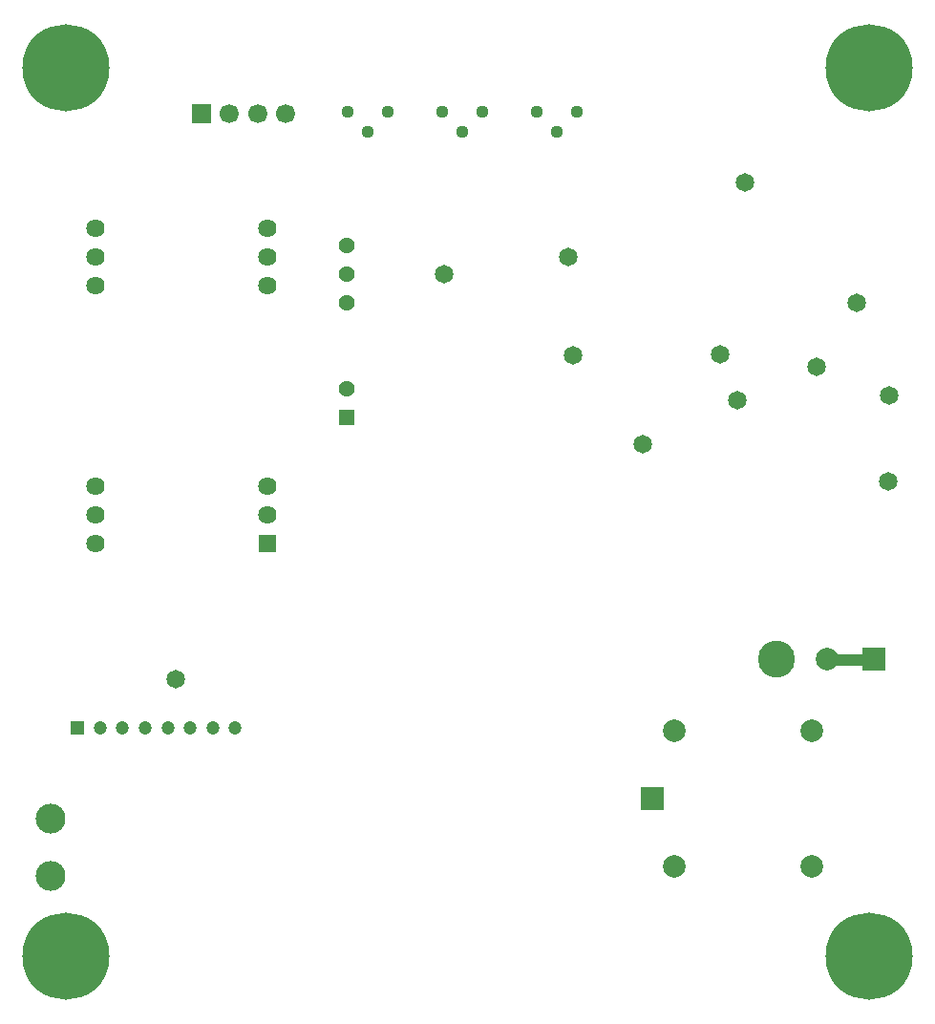
<source format=gbs>
G04*
G04 #@! TF.GenerationSoftware,Altium Limited,Altium Designer,20.0.11 (256)*
G04*
G04 Layer_Color=16711935*
%FSLAX25Y25*%
%MOIN*%
G70*
G01*
G75*
%ADD96C,0.05628*%
%ADD97R,0.05628X0.05628*%
%ADD98R,0.06660X0.06660*%
%ADD99C,0.06660*%
%ADD100C,0.10400*%
%ADD101R,0.07900X0.07900*%
%ADD102C,0.07900*%
%ADD103C,0.12900*%
%ADD104C,0.06400*%
%ADD105R,0.06400X0.06400*%
%ADD106C,0.04724*%
%ADD107R,0.04724X0.04724*%
%ADD108C,0.04400*%
%ADD109C,0.30400*%
%ADD110C,0.07874*%
%ADD111R,0.07874X0.07874*%
%ADD112C,0.06502*%
%ADD145R,0.12936X0.04100*%
D96*
X117500Y258500D02*
D03*
Y218500D02*
D03*
Y248500D02*
D03*
Y268500D02*
D03*
D97*
Y208500D02*
D03*
D98*
X66703Y314331D02*
D03*
D99*
X76545D02*
D03*
X86388D02*
D03*
X96231D02*
D03*
D100*
X14100Y68600D02*
D03*
Y48600D02*
D03*
D101*
X301463Y124000D02*
D03*
D102*
X285164D02*
D03*
D103*
X267663D02*
D03*
D104*
X30000Y164500D02*
D03*
Y174500D02*
D03*
Y184500D02*
D03*
Y254500D02*
D03*
Y264500D02*
D03*
Y274500D02*
D03*
X90000D02*
D03*
Y264500D02*
D03*
Y254500D02*
D03*
Y184500D02*
D03*
Y174500D02*
D03*
D105*
Y164500D02*
D03*
D106*
X78669Y100000D02*
D03*
X70795D02*
D03*
X62921D02*
D03*
X55047D02*
D03*
X47173D02*
D03*
X39299D02*
D03*
X31425D02*
D03*
D107*
X23551D02*
D03*
D108*
X184000Y315000D02*
D03*
X191000Y308000D02*
D03*
X198000Y315000D02*
D03*
X118000D02*
D03*
X125000Y308000D02*
D03*
X132000Y315000D02*
D03*
X151000D02*
D03*
X158000Y308000D02*
D03*
X165000Y315000D02*
D03*
D109*
X19500Y20500D02*
D03*
Y330500D02*
D03*
X300000D02*
D03*
Y20500D02*
D03*
D110*
X231968Y99000D02*
D03*
X280000D02*
D03*
Y51756D02*
D03*
X231968D02*
D03*
D111*
X224095Y75378D02*
D03*
D112*
X295500Y248500D02*
D03*
X281577Y226000D02*
D03*
X58000Y117100D02*
D03*
X256500Y290500D02*
D03*
X247957Y230500D02*
D03*
X221000Y199000D02*
D03*
X195000Y264500D02*
D03*
X196500Y230000D02*
D03*
X151500Y258500D02*
D03*
X306500Y186000D02*
D03*
X307000Y216000D02*
D03*
X254000Y214500D02*
D03*
D145*
X291632Y123950D02*
D03*
M02*

</source>
